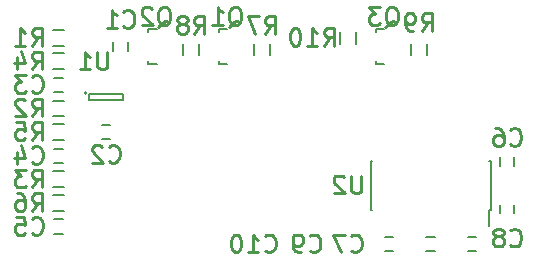
<source format=gbo>
G04 #@! TF.FileFunction,Legend,Bot*
%FSLAX46Y46*%
G04 Gerber Fmt 4.6, Leading zero omitted, Abs format (unit mm)*
G04 Created by KiCad (PCBNEW 4.0.2+dfsg1-stable) date Thu 29 Sep 2016 13:26:16 BST*
%MOMM*%
G01*
G04 APERTURE LIST*
%ADD10C,0.150000*%
%ADD11C,0.250000*%
%ADD12O,1.727200X1.727200*%
%ADD13R,0.900000X0.500000*%
%ADD14C,2.400000*%
%ADD15R,0.750000X0.800000*%
%ADD16R,0.800000X0.750000*%
%ADD17R,0.800100X0.800100*%
%ADD18R,0.500000X0.900000*%
%ADD19R,0.600000X1.500000*%
%ADD20R,0.650000X1.060000*%
G04 APERTURE END LIST*
D10*
X162975000Y-124260000D02*
X162975000Y-123260000D01*
X161625000Y-123260000D02*
X161625000Y-124260000D01*
X143650000Y-124860000D02*
X143650000Y-124160000D01*
X142450000Y-124160000D02*
X142450000Y-124860000D01*
X141450000Y-132360000D02*
X142150000Y-132360000D01*
X142150000Y-131160000D02*
X141450000Y-131160000D01*
X138150000Y-127160000D02*
X137450000Y-127160000D01*
X137450000Y-128360000D02*
X138150000Y-128360000D01*
X138150000Y-133160000D02*
X137450000Y-133160000D01*
X137450000Y-134360000D02*
X138150000Y-134360000D01*
X138150000Y-139160000D02*
X137450000Y-139160000D01*
X137450000Y-140360000D02*
X138150000Y-140360000D01*
X176400000Y-134610000D02*
X176400000Y-133910000D01*
X175200000Y-133910000D02*
X175200000Y-134610000D01*
X173150000Y-140660000D02*
X172450000Y-140660000D01*
X172450000Y-141860000D02*
X173150000Y-141860000D01*
X176400000Y-138610000D02*
X176400000Y-137910000D01*
X175200000Y-137910000D02*
X175200000Y-138610000D01*
X169650000Y-140660000D02*
X168950000Y-140660000D01*
X168950000Y-141860000D02*
X169650000Y-141860000D01*
X165450000Y-141860000D02*
X166150000Y-141860000D01*
X166150000Y-140660000D02*
X165450000Y-140660000D01*
X151399760Y-125809160D02*
X151399760Y-125760900D01*
X152100800Y-123010180D02*
X151399760Y-123010180D01*
X151399760Y-123010180D02*
X151399760Y-123259100D01*
X151399760Y-125809160D02*
X151399760Y-126009820D01*
X151399760Y-126009820D02*
X152100800Y-126009820D01*
X145399760Y-125809160D02*
X145399760Y-125760900D01*
X146100800Y-123010180D02*
X145399760Y-123010180D01*
X145399760Y-123010180D02*
X145399760Y-123259100D01*
X145399760Y-125809160D02*
X145399760Y-126009820D01*
X145399760Y-126009820D02*
X146100800Y-126009820D01*
X164649760Y-125809160D02*
X164649760Y-125760900D01*
X165350800Y-123010180D02*
X164649760Y-123010180D01*
X164649760Y-123010180D02*
X164649760Y-123259100D01*
X164649760Y-125809160D02*
X164649760Y-126009820D01*
X164649760Y-126009820D02*
X165350800Y-126009820D01*
X137300000Y-124435000D02*
X138300000Y-124435000D01*
X138300000Y-123085000D02*
X137300000Y-123085000D01*
X137300000Y-130435000D02*
X138300000Y-130435000D01*
X138300000Y-129085000D02*
X137300000Y-129085000D01*
X137300000Y-136435000D02*
X138300000Y-136435000D01*
X138300000Y-135085000D02*
X137300000Y-135085000D01*
X137300000Y-126435000D02*
X138300000Y-126435000D01*
X138300000Y-125085000D02*
X137300000Y-125085000D01*
X137300000Y-132435000D02*
X138300000Y-132435000D01*
X138300000Y-131085000D02*
X137300000Y-131085000D01*
X137300000Y-138435000D02*
X138300000Y-138435000D01*
X138300000Y-137085000D02*
X137300000Y-137085000D01*
X154375000Y-124260000D02*
X154375000Y-125260000D01*
X155725000Y-125260000D02*
X155725000Y-124260000D01*
X148375000Y-124260000D02*
X148375000Y-125260000D01*
X149725000Y-125260000D02*
X149725000Y-124260000D01*
X167625000Y-124260000D02*
X167625000Y-125260000D01*
X168975000Y-125260000D02*
X168975000Y-124260000D01*
X174375000Y-138335000D02*
X174270000Y-138335000D01*
X174375000Y-134185000D02*
X174270000Y-134185000D01*
X164225000Y-134185000D02*
X164330000Y-134185000D01*
X164225000Y-138335000D02*
X164330000Y-138335000D01*
X174375000Y-138335000D02*
X174375000Y-134185000D01*
X164225000Y-138335000D02*
X164225000Y-134185000D01*
X174270000Y-138335000D02*
X174270000Y-139710000D01*
X140200000Y-128460000D02*
G75*
G03X140200000Y-128460000I-100000J0D01*
G01*
X140350000Y-129010000D02*
X140350000Y-128510000D01*
X143250000Y-129010000D02*
X140350000Y-129010000D01*
X143250000Y-128510000D02*
X143250000Y-129010000D01*
X140350000Y-128510000D02*
X143250000Y-128510000D01*
D11*
X160264285Y-124438571D02*
X160764285Y-123724286D01*
X161121428Y-124438571D02*
X161121428Y-122938571D01*
X160550000Y-122938571D01*
X160407142Y-123010000D01*
X160335714Y-123081429D01*
X160264285Y-123224286D01*
X160264285Y-123438571D01*
X160335714Y-123581429D01*
X160407142Y-123652857D01*
X160550000Y-123724286D01*
X161121428Y-123724286D01*
X158835714Y-124438571D02*
X159692857Y-124438571D01*
X159264285Y-124438571D02*
X159264285Y-122938571D01*
X159407142Y-123152857D01*
X159550000Y-123295714D01*
X159692857Y-123367143D01*
X157907143Y-122938571D02*
X157764286Y-122938571D01*
X157621429Y-123010000D01*
X157550000Y-123081429D01*
X157478571Y-123224286D01*
X157407143Y-123510000D01*
X157407143Y-123867143D01*
X157478571Y-124152857D01*
X157550000Y-124295714D01*
X157621429Y-124367143D01*
X157764286Y-124438571D01*
X157907143Y-124438571D01*
X158050000Y-124367143D01*
X158121429Y-124295714D01*
X158192857Y-124152857D01*
X158264286Y-123867143D01*
X158264286Y-123510000D01*
X158192857Y-123224286D01*
X158121429Y-123081429D01*
X158050000Y-123010000D01*
X157907143Y-122938571D01*
X143299999Y-122795714D02*
X143371428Y-122867143D01*
X143585714Y-122938571D01*
X143728571Y-122938571D01*
X143942856Y-122867143D01*
X144085714Y-122724286D01*
X144157142Y-122581429D01*
X144228571Y-122295714D01*
X144228571Y-122081429D01*
X144157142Y-121795714D01*
X144085714Y-121652857D01*
X143942856Y-121510000D01*
X143728571Y-121438571D01*
X143585714Y-121438571D01*
X143371428Y-121510000D01*
X143299999Y-121581429D01*
X141871428Y-122938571D02*
X142728571Y-122938571D01*
X142299999Y-122938571D02*
X142299999Y-121438571D01*
X142442856Y-121652857D01*
X142585714Y-121795714D01*
X142728571Y-121867143D01*
X142049999Y-134195714D02*
X142121428Y-134267143D01*
X142335714Y-134338571D01*
X142478571Y-134338571D01*
X142692856Y-134267143D01*
X142835714Y-134124286D01*
X142907142Y-133981429D01*
X142978571Y-133695714D01*
X142978571Y-133481429D01*
X142907142Y-133195714D01*
X142835714Y-133052857D01*
X142692856Y-132910000D01*
X142478571Y-132838571D01*
X142335714Y-132838571D01*
X142121428Y-132910000D01*
X142049999Y-132981429D01*
X141478571Y-132981429D02*
X141407142Y-132910000D01*
X141264285Y-132838571D01*
X140907142Y-132838571D01*
X140764285Y-132910000D01*
X140692856Y-132981429D01*
X140621428Y-133124286D01*
X140621428Y-133267143D01*
X140692856Y-133481429D01*
X141549999Y-134338571D01*
X140621428Y-134338571D01*
X135549999Y-128295714D02*
X135621428Y-128367143D01*
X135835714Y-128438571D01*
X135978571Y-128438571D01*
X136192856Y-128367143D01*
X136335714Y-128224286D01*
X136407142Y-128081429D01*
X136478571Y-127795714D01*
X136478571Y-127581429D01*
X136407142Y-127295714D01*
X136335714Y-127152857D01*
X136192856Y-127010000D01*
X135978571Y-126938571D01*
X135835714Y-126938571D01*
X135621428Y-127010000D01*
X135549999Y-127081429D01*
X135049999Y-126938571D02*
X134121428Y-126938571D01*
X134621428Y-127510000D01*
X134407142Y-127510000D01*
X134264285Y-127581429D01*
X134192856Y-127652857D01*
X134121428Y-127795714D01*
X134121428Y-128152857D01*
X134192856Y-128295714D01*
X134264285Y-128367143D01*
X134407142Y-128438571D01*
X134835714Y-128438571D01*
X134978571Y-128367143D01*
X135049999Y-128295714D01*
X135549999Y-134295714D02*
X135621428Y-134367143D01*
X135835714Y-134438571D01*
X135978571Y-134438571D01*
X136192856Y-134367143D01*
X136335714Y-134224286D01*
X136407142Y-134081429D01*
X136478571Y-133795714D01*
X136478571Y-133581429D01*
X136407142Y-133295714D01*
X136335714Y-133152857D01*
X136192856Y-133010000D01*
X135978571Y-132938571D01*
X135835714Y-132938571D01*
X135621428Y-133010000D01*
X135549999Y-133081429D01*
X134264285Y-133438571D02*
X134264285Y-134438571D01*
X134621428Y-132867143D02*
X134978571Y-133938571D01*
X134049999Y-133938571D01*
X135549999Y-140295714D02*
X135621428Y-140367143D01*
X135835714Y-140438571D01*
X135978571Y-140438571D01*
X136192856Y-140367143D01*
X136335714Y-140224286D01*
X136407142Y-140081429D01*
X136478571Y-139795714D01*
X136478571Y-139581429D01*
X136407142Y-139295714D01*
X136335714Y-139152857D01*
X136192856Y-139010000D01*
X135978571Y-138938571D01*
X135835714Y-138938571D01*
X135621428Y-139010000D01*
X135549999Y-139081429D01*
X134192856Y-138938571D02*
X134907142Y-138938571D01*
X134978571Y-139652857D01*
X134907142Y-139581429D01*
X134764285Y-139510000D01*
X134407142Y-139510000D01*
X134264285Y-139581429D01*
X134192856Y-139652857D01*
X134121428Y-139795714D01*
X134121428Y-140152857D01*
X134192856Y-140295714D01*
X134264285Y-140367143D01*
X134407142Y-140438571D01*
X134764285Y-140438571D01*
X134907142Y-140367143D01*
X134978571Y-140295714D01*
X176049999Y-132795714D02*
X176121428Y-132867143D01*
X176335714Y-132938571D01*
X176478571Y-132938571D01*
X176692856Y-132867143D01*
X176835714Y-132724286D01*
X176907142Y-132581429D01*
X176978571Y-132295714D01*
X176978571Y-132081429D01*
X176907142Y-131795714D01*
X176835714Y-131652857D01*
X176692856Y-131510000D01*
X176478571Y-131438571D01*
X176335714Y-131438571D01*
X176121428Y-131510000D01*
X176049999Y-131581429D01*
X174764285Y-131438571D02*
X175049999Y-131438571D01*
X175192856Y-131510000D01*
X175264285Y-131581429D01*
X175407142Y-131795714D01*
X175478571Y-132081429D01*
X175478571Y-132652857D01*
X175407142Y-132795714D01*
X175335714Y-132867143D01*
X175192856Y-132938571D01*
X174907142Y-132938571D01*
X174764285Y-132867143D01*
X174692856Y-132795714D01*
X174621428Y-132652857D01*
X174621428Y-132295714D01*
X174692856Y-132152857D01*
X174764285Y-132081429D01*
X174907142Y-132010000D01*
X175192856Y-132010000D01*
X175335714Y-132081429D01*
X175407142Y-132152857D01*
X175478571Y-132295714D01*
X162549999Y-141795714D02*
X162621428Y-141867143D01*
X162835714Y-141938571D01*
X162978571Y-141938571D01*
X163192856Y-141867143D01*
X163335714Y-141724286D01*
X163407142Y-141581429D01*
X163478571Y-141295714D01*
X163478571Y-141081429D01*
X163407142Y-140795714D01*
X163335714Y-140652857D01*
X163192856Y-140510000D01*
X162978571Y-140438571D01*
X162835714Y-140438571D01*
X162621428Y-140510000D01*
X162549999Y-140581429D01*
X162049999Y-140438571D02*
X161049999Y-140438571D01*
X161692856Y-141938571D01*
X176049999Y-141295714D02*
X176121428Y-141367143D01*
X176335714Y-141438571D01*
X176478571Y-141438571D01*
X176692856Y-141367143D01*
X176835714Y-141224286D01*
X176907142Y-141081429D01*
X176978571Y-140795714D01*
X176978571Y-140581429D01*
X176907142Y-140295714D01*
X176835714Y-140152857D01*
X176692856Y-140010000D01*
X176478571Y-139938571D01*
X176335714Y-139938571D01*
X176121428Y-140010000D01*
X176049999Y-140081429D01*
X175192856Y-140581429D02*
X175335714Y-140510000D01*
X175407142Y-140438571D01*
X175478571Y-140295714D01*
X175478571Y-140224286D01*
X175407142Y-140081429D01*
X175335714Y-140010000D01*
X175192856Y-139938571D01*
X174907142Y-139938571D01*
X174764285Y-140010000D01*
X174692856Y-140081429D01*
X174621428Y-140224286D01*
X174621428Y-140295714D01*
X174692856Y-140438571D01*
X174764285Y-140510000D01*
X174907142Y-140581429D01*
X175192856Y-140581429D01*
X175335714Y-140652857D01*
X175407142Y-140724286D01*
X175478571Y-140867143D01*
X175478571Y-141152857D01*
X175407142Y-141295714D01*
X175335714Y-141367143D01*
X175192856Y-141438571D01*
X174907142Y-141438571D01*
X174764285Y-141367143D01*
X174692856Y-141295714D01*
X174621428Y-141152857D01*
X174621428Y-140867143D01*
X174692856Y-140724286D01*
X174764285Y-140652857D01*
X174907142Y-140581429D01*
X159049999Y-141795714D02*
X159121428Y-141867143D01*
X159335714Y-141938571D01*
X159478571Y-141938571D01*
X159692856Y-141867143D01*
X159835714Y-141724286D01*
X159907142Y-141581429D01*
X159978571Y-141295714D01*
X159978571Y-141081429D01*
X159907142Y-140795714D01*
X159835714Y-140652857D01*
X159692856Y-140510000D01*
X159478571Y-140438571D01*
X159335714Y-140438571D01*
X159121428Y-140510000D01*
X159049999Y-140581429D01*
X158335714Y-141938571D02*
X158049999Y-141938571D01*
X157907142Y-141867143D01*
X157835714Y-141795714D01*
X157692856Y-141581429D01*
X157621428Y-141295714D01*
X157621428Y-140724286D01*
X157692856Y-140581429D01*
X157764285Y-140510000D01*
X157907142Y-140438571D01*
X158192856Y-140438571D01*
X158335714Y-140510000D01*
X158407142Y-140581429D01*
X158478571Y-140724286D01*
X158478571Y-141081429D01*
X158407142Y-141224286D01*
X158335714Y-141295714D01*
X158192856Y-141367143D01*
X157907142Y-141367143D01*
X157764285Y-141295714D01*
X157692856Y-141224286D01*
X157621428Y-141081429D01*
X155264285Y-141795714D02*
X155335714Y-141867143D01*
X155550000Y-141938571D01*
X155692857Y-141938571D01*
X155907142Y-141867143D01*
X156050000Y-141724286D01*
X156121428Y-141581429D01*
X156192857Y-141295714D01*
X156192857Y-141081429D01*
X156121428Y-140795714D01*
X156050000Y-140652857D01*
X155907142Y-140510000D01*
X155692857Y-140438571D01*
X155550000Y-140438571D01*
X155335714Y-140510000D01*
X155264285Y-140581429D01*
X153835714Y-141938571D02*
X154692857Y-141938571D01*
X154264285Y-141938571D02*
X154264285Y-140438571D01*
X154407142Y-140652857D01*
X154550000Y-140795714D01*
X154692857Y-140867143D01*
X152907143Y-140438571D02*
X152764286Y-140438571D01*
X152621429Y-140510000D01*
X152550000Y-140581429D01*
X152478571Y-140724286D01*
X152407143Y-141010000D01*
X152407143Y-141367143D01*
X152478571Y-141652857D01*
X152550000Y-141795714D01*
X152621429Y-141867143D01*
X152764286Y-141938571D01*
X152907143Y-141938571D01*
X153050000Y-141867143D01*
X153121429Y-141795714D01*
X153192857Y-141652857D01*
X153264286Y-141367143D01*
X153264286Y-141010000D01*
X153192857Y-140724286D01*
X153121429Y-140581429D01*
X153050000Y-140510000D01*
X152907143Y-140438571D01*
X152192857Y-122831429D02*
X152335714Y-122760000D01*
X152478571Y-122617143D01*
X152692857Y-122402857D01*
X152835714Y-122331429D01*
X152978571Y-122331429D01*
X152907143Y-122688571D02*
X153050000Y-122617143D01*
X153192857Y-122474286D01*
X153264286Y-122188571D01*
X153264286Y-121688571D01*
X153192857Y-121402857D01*
X153050000Y-121260000D01*
X152907143Y-121188571D01*
X152621429Y-121188571D01*
X152478571Y-121260000D01*
X152335714Y-121402857D01*
X152264286Y-121688571D01*
X152264286Y-122188571D01*
X152335714Y-122474286D01*
X152478571Y-122617143D01*
X152621429Y-122688571D01*
X152907143Y-122688571D01*
X150835714Y-122688571D02*
X151692857Y-122688571D01*
X151264285Y-122688571D02*
X151264285Y-121188571D01*
X151407142Y-121402857D01*
X151550000Y-121545714D01*
X151692857Y-121617143D01*
X146192857Y-122831429D02*
X146335714Y-122760000D01*
X146478571Y-122617143D01*
X146692857Y-122402857D01*
X146835714Y-122331429D01*
X146978571Y-122331429D01*
X146907143Y-122688571D02*
X147050000Y-122617143D01*
X147192857Y-122474286D01*
X147264286Y-122188571D01*
X147264286Y-121688571D01*
X147192857Y-121402857D01*
X147050000Y-121260000D01*
X146907143Y-121188571D01*
X146621429Y-121188571D01*
X146478571Y-121260000D01*
X146335714Y-121402857D01*
X146264286Y-121688571D01*
X146264286Y-122188571D01*
X146335714Y-122474286D01*
X146478571Y-122617143D01*
X146621429Y-122688571D01*
X146907143Y-122688571D01*
X145692857Y-121331429D02*
X145621428Y-121260000D01*
X145478571Y-121188571D01*
X145121428Y-121188571D01*
X144978571Y-121260000D01*
X144907142Y-121331429D01*
X144835714Y-121474286D01*
X144835714Y-121617143D01*
X144907142Y-121831429D01*
X145764285Y-122688571D01*
X144835714Y-122688571D01*
X165442857Y-122831429D02*
X165585714Y-122760000D01*
X165728571Y-122617143D01*
X165942857Y-122402857D01*
X166085714Y-122331429D01*
X166228571Y-122331429D01*
X166157143Y-122688571D02*
X166300000Y-122617143D01*
X166442857Y-122474286D01*
X166514286Y-122188571D01*
X166514286Y-121688571D01*
X166442857Y-121402857D01*
X166300000Y-121260000D01*
X166157143Y-121188571D01*
X165871429Y-121188571D01*
X165728571Y-121260000D01*
X165585714Y-121402857D01*
X165514286Y-121688571D01*
X165514286Y-122188571D01*
X165585714Y-122474286D01*
X165728571Y-122617143D01*
X165871429Y-122688571D01*
X166157143Y-122688571D01*
X165014285Y-121188571D02*
X164085714Y-121188571D01*
X164585714Y-121760000D01*
X164371428Y-121760000D01*
X164228571Y-121831429D01*
X164157142Y-121902857D01*
X164085714Y-122045714D01*
X164085714Y-122402857D01*
X164157142Y-122545714D01*
X164228571Y-122617143D01*
X164371428Y-122688571D01*
X164800000Y-122688571D01*
X164942857Y-122617143D01*
X165014285Y-122545714D01*
X135549999Y-124438571D02*
X136049999Y-123724286D01*
X136407142Y-124438571D02*
X136407142Y-122938571D01*
X135835714Y-122938571D01*
X135692856Y-123010000D01*
X135621428Y-123081429D01*
X135549999Y-123224286D01*
X135549999Y-123438571D01*
X135621428Y-123581429D01*
X135692856Y-123652857D01*
X135835714Y-123724286D01*
X136407142Y-123724286D01*
X134121428Y-124438571D02*
X134978571Y-124438571D01*
X134549999Y-124438571D02*
X134549999Y-122938571D01*
X134692856Y-123152857D01*
X134835714Y-123295714D01*
X134978571Y-123367143D01*
X135549999Y-130438571D02*
X136049999Y-129724286D01*
X136407142Y-130438571D02*
X136407142Y-128938571D01*
X135835714Y-128938571D01*
X135692856Y-129010000D01*
X135621428Y-129081429D01*
X135549999Y-129224286D01*
X135549999Y-129438571D01*
X135621428Y-129581429D01*
X135692856Y-129652857D01*
X135835714Y-129724286D01*
X136407142Y-129724286D01*
X134978571Y-129081429D02*
X134907142Y-129010000D01*
X134764285Y-128938571D01*
X134407142Y-128938571D01*
X134264285Y-129010000D01*
X134192856Y-129081429D01*
X134121428Y-129224286D01*
X134121428Y-129367143D01*
X134192856Y-129581429D01*
X135049999Y-130438571D01*
X134121428Y-130438571D01*
X135549999Y-136438571D02*
X136049999Y-135724286D01*
X136407142Y-136438571D02*
X136407142Y-134938571D01*
X135835714Y-134938571D01*
X135692856Y-135010000D01*
X135621428Y-135081429D01*
X135549999Y-135224286D01*
X135549999Y-135438571D01*
X135621428Y-135581429D01*
X135692856Y-135652857D01*
X135835714Y-135724286D01*
X136407142Y-135724286D01*
X135049999Y-134938571D02*
X134121428Y-134938571D01*
X134621428Y-135510000D01*
X134407142Y-135510000D01*
X134264285Y-135581429D01*
X134192856Y-135652857D01*
X134121428Y-135795714D01*
X134121428Y-136152857D01*
X134192856Y-136295714D01*
X134264285Y-136367143D01*
X134407142Y-136438571D01*
X134835714Y-136438571D01*
X134978571Y-136367143D01*
X135049999Y-136295714D01*
X135549999Y-126438571D02*
X136049999Y-125724286D01*
X136407142Y-126438571D02*
X136407142Y-124938571D01*
X135835714Y-124938571D01*
X135692856Y-125010000D01*
X135621428Y-125081429D01*
X135549999Y-125224286D01*
X135549999Y-125438571D01*
X135621428Y-125581429D01*
X135692856Y-125652857D01*
X135835714Y-125724286D01*
X136407142Y-125724286D01*
X134264285Y-125438571D02*
X134264285Y-126438571D01*
X134621428Y-124867143D02*
X134978571Y-125938571D01*
X134049999Y-125938571D01*
X135549999Y-132438571D02*
X136049999Y-131724286D01*
X136407142Y-132438571D02*
X136407142Y-130938571D01*
X135835714Y-130938571D01*
X135692856Y-131010000D01*
X135621428Y-131081429D01*
X135549999Y-131224286D01*
X135549999Y-131438571D01*
X135621428Y-131581429D01*
X135692856Y-131652857D01*
X135835714Y-131724286D01*
X136407142Y-131724286D01*
X134192856Y-130938571D02*
X134907142Y-130938571D01*
X134978571Y-131652857D01*
X134907142Y-131581429D01*
X134764285Y-131510000D01*
X134407142Y-131510000D01*
X134264285Y-131581429D01*
X134192856Y-131652857D01*
X134121428Y-131795714D01*
X134121428Y-132152857D01*
X134192856Y-132295714D01*
X134264285Y-132367143D01*
X134407142Y-132438571D01*
X134764285Y-132438571D01*
X134907142Y-132367143D01*
X134978571Y-132295714D01*
X135549999Y-138438571D02*
X136049999Y-137724286D01*
X136407142Y-138438571D02*
X136407142Y-136938571D01*
X135835714Y-136938571D01*
X135692856Y-137010000D01*
X135621428Y-137081429D01*
X135549999Y-137224286D01*
X135549999Y-137438571D01*
X135621428Y-137581429D01*
X135692856Y-137652857D01*
X135835714Y-137724286D01*
X136407142Y-137724286D01*
X134264285Y-136938571D02*
X134549999Y-136938571D01*
X134692856Y-137010000D01*
X134764285Y-137081429D01*
X134907142Y-137295714D01*
X134978571Y-137581429D01*
X134978571Y-138152857D01*
X134907142Y-138295714D01*
X134835714Y-138367143D01*
X134692856Y-138438571D01*
X134407142Y-138438571D01*
X134264285Y-138367143D01*
X134192856Y-138295714D01*
X134121428Y-138152857D01*
X134121428Y-137795714D01*
X134192856Y-137652857D01*
X134264285Y-137581429D01*
X134407142Y-137510000D01*
X134692856Y-137510000D01*
X134835714Y-137581429D01*
X134907142Y-137652857D01*
X134978571Y-137795714D01*
X155299999Y-123438571D02*
X155799999Y-122724286D01*
X156157142Y-123438571D02*
X156157142Y-121938571D01*
X155585714Y-121938571D01*
X155442856Y-122010000D01*
X155371428Y-122081429D01*
X155299999Y-122224286D01*
X155299999Y-122438571D01*
X155371428Y-122581429D01*
X155442856Y-122652857D01*
X155585714Y-122724286D01*
X156157142Y-122724286D01*
X154799999Y-121938571D02*
X153799999Y-121938571D01*
X154442856Y-123438571D01*
X149299999Y-123438571D02*
X149799999Y-122724286D01*
X150157142Y-123438571D02*
X150157142Y-121938571D01*
X149585714Y-121938571D01*
X149442856Y-122010000D01*
X149371428Y-122081429D01*
X149299999Y-122224286D01*
X149299999Y-122438571D01*
X149371428Y-122581429D01*
X149442856Y-122652857D01*
X149585714Y-122724286D01*
X150157142Y-122724286D01*
X148442856Y-122581429D02*
X148585714Y-122510000D01*
X148657142Y-122438571D01*
X148728571Y-122295714D01*
X148728571Y-122224286D01*
X148657142Y-122081429D01*
X148585714Y-122010000D01*
X148442856Y-121938571D01*
X148157142Y-121938571D01*
X148014285Y-122010000D01*
X147942856Y-122081429D01*
X147871428Y-122224286D01*
X147871428Y-122295714D01*
X147942856Y-122438571D01*
X148014285Y-122510000D01*
X148157142Y-122581429D01*
X148442856Y-122581429D01*
X148585714Y-122652857D01*
X148657142Y-122724286D01*
X148728571Y-122867143D01*
X148728571Y-123152857D01*
X148657142Y-123295714D01*
X148585714Y-123367143D01*
X148442856Y-123438571D01*
X148157142Y-123438571D01*
X148014285Y-123367143D01*
X147942856Y-123295714D01*
X147871428Y-123152857D01*
X147871428Y-122867143D01*
X147942856Y-122724286D01*
X148014285Y-122652857D01*
X148157142Y-122581429D01*
X168549999Y-123188571D02*
X169049999Y-122474286D01*
X169407142Y-123188571D02*
X169407142Y-121688571D01*
X168835714Y-121688571D01*
X168692856Y-121760000D01*
X168621428Y-121831429D01*
X168549999Y-121974286D01*
X168549999Y-122188571D01*
X168621428Y-122331429D01*
X168692856Y-122402857D01*
X168835714Y-122474286D01*
X169407142Y-122474286D01*
X167835714Y-123188571D02*
X167549999Y-123188571D01*
X167407142Y-123117143D01*
X167335714Y-123045714D01*
X167192856Y-122831429D01*
X167121428Y-122545714D01*
X167121428Y-121974286D01*
X167192856Y-121831429D01*
X167264285Y-121760000D01*
X167407142Y-121688571D01*
X167692856Y-121688571D01*
X167835714Y-121760000D01*
X167907142Y-121831429D01*
X167978571Y-121974286D01*
X167978571Y-122331429D01*
X167907142Y-122474286D01*
X167835714Y-122545714D01*
X167692856Y-122617143D01*
X167407142Y-122617143D01*
X167264285Y-122545714D01*
X167192856Y-122474286D01*
X167121428Y-122331429D01*
X163442857Y-135438571D02*
X163442857Y-136652857D01*
X163371429Y-136795714D01*
X163300000Y-136867143D01*
X163157143Y-136938571D01*
X162871429Y-136938571D01*
X162728571Y-136867143D01*
X162657143Y-136795714D01*
X162585714Y-136652857D01*
X162585714Y-135438571D01*
X161942857Y-135581429D02*
X161871428Y-135510000D01*
X161728571Y-135438571D01*
X161371428Y-135438571D01*
X161228571Y-135510000D01*
X161157142Y-135581429D01*
X161085714Y-135724286D01*
X161085714Y-135867143D01*
X161157142Y-136081429D01*
X162014285Y-136938571D01*
X161085714Y-136938571D01*
X141942857Y-124938571D02*
X141942857Y-126152857D01*
X141871429Y-126295714D01*
X141800000Y-126367143D01*
X141657143Y-126438571D01*
X141371429Y-126438571D01*
X141228571Y-126367143D01*
X141157143Y-126295714D01*
X141085714Y-126152857D01*
X141085714Y-124938571D01*
X139585714Y-126438571D02*
X140442857Y-126438571D01*
X140014285Y-126438571D02*
X140014285Y-124938571D01*
X140157142Y-125152857D01*
X140300000Y-125295714D01*
X140442857Y-125367143D01*
%LPC*%
D12*
X145800000Y-130300000D03*
X145800000Y-127760000D03*
X148340000Y-130300000D03*
X148340000Y-127760000D03*
X150880000Y-130300000D03*
X150880000Y-127760000D03*
X153420000Y-130300000D03*
X153420000Y-127760000D03*
X155960000Y-130300000D03*
X155960000Y-127760000D03*
X158500000Y-130300000D03*
X158500000Y-127760000D03*
X161040000Y-130300000D03*
X161040000Y-127760000D03*
X163580000Y-130300000D03*
X163580000Y-127760000D03*
X166120000Y-130300000D03*
X166120000Y-127760000D03*
X168660000Y-130300000D03*
X168660000Y-127760000D03*
X171200000Y-130300000D03*
X171200000Y-127760000D03*
X173740000Y-130300000D03*
X173740000Y-127760000D03*
X176280000Y-130300000D03*
X176280000Y-127760000D03*
D13*
X162300000Y-123010000D03*
X162300000Y-124510000D03*
D14*
X174250000Y-119500000D03*
X170750000Y-119500000D03*
X132500000Y-135350000D03*
X132500000Y-138850000D03*
X132500000Y-127250000D03*
X132500000Y-130750000D03*
X132500000Y-119150000D03*
X132500000Y-122650000D03*
D15*
X143050000Y-125260000D03*
X143050000Y-123760000D03*
D16*
X141050000Y-131760000D03*
X142550000Y-131760000D03*
X138550000Y-127760000D03*
X137050000Y-127760000D03*
X138550000Y-133760000D03*
X137050000Y-133760000D03*
X138550000Y-139760000D03*
X137050000Y-139760000D03*
D15*
X175800000Y-135010000D03*
X175800000Y-133510000D03*
D16*
X173550000Y-141260000D03*
X172050000Y-141260000D03*
D15*
X175800000Y-139010000D03*
X175800000Y-137510000D03*
D16*
X170050000Y-141260000D03*
X168550000Y-141260000D03*
X165050000Y-141260000D03*
X166550000Y-141260000D03*
D14*
X137000000Y-119500000D03*
X151000000Y-119500000D03*
X140500000Y-119500000D03*
X147500000Y-119500000D03*
X144000000Y-119500000D03*
X166300000Y-119500000D03*
X155500000Y-119500000D03*
X162650000Y-119500000D03*
X159150000Y-119500000D03*
D17*
X153050760Y-123560000D03*
X153050760Y-125460000D03*
X151051780Y-124510000D03*
X147050760Y-123560000D03*
X147050760Y-125460000D03*
X145051780Y-124510000D03*
X166300760Y-123560000D03*
X166300760Y-125460000D03*
X164301780Y-124510000D03*
D18*
X138550000Y-123760000D03*
X137050000Y-123760000D03*
X138550000Y-129760000D03*
X137050000Y-129760000D03*
X138550000Y-135760000D03*
X137050000Y-135760000D03*
X138550000Y-125760000D03*
X137050000Y-125760000D03*
X138550000Y-131760000D03*
X137050000Y-131760000D03*
X138550000Y-137760000D03*
X137050000Y-137760000D03*
D13*
X155050000Y-125510000D03*
X155050000Y-124010000D03*
X149050000Y-125510000D03*
X149050000Y-124010000D03*
X168300000Y-125510000D03*
X168300000Y-124010000D03*
D19*
X173745000Y-138960000D03*
X172475000Y-138960000D03*
X171205000Y-138960000D03*
X169935000Y-138960000D03*
X168665000Y-138960000D03*
X167395000Y-138960000D03*
X166125000Y-138960000D03*
X164855000Y-138960000D03*
X164855000Y-133560000D03*
X166125000Y-133560000D03*
X167395000Y-133560000D03*
X168665000Y-133560000D03*
X169935000Y-133560000D03*
X171205000Y-133560000D03*
X172475000Y-133560000D03*
X173745000Y-133560000D03*
D20*
X140850000Y-127660000D03*
X141800000Y-127660000D03*
X142750000Y-127660000D03*
X142750000Y-129860000D03*
X140850000Y-129860000D03*
M02*

</source>
